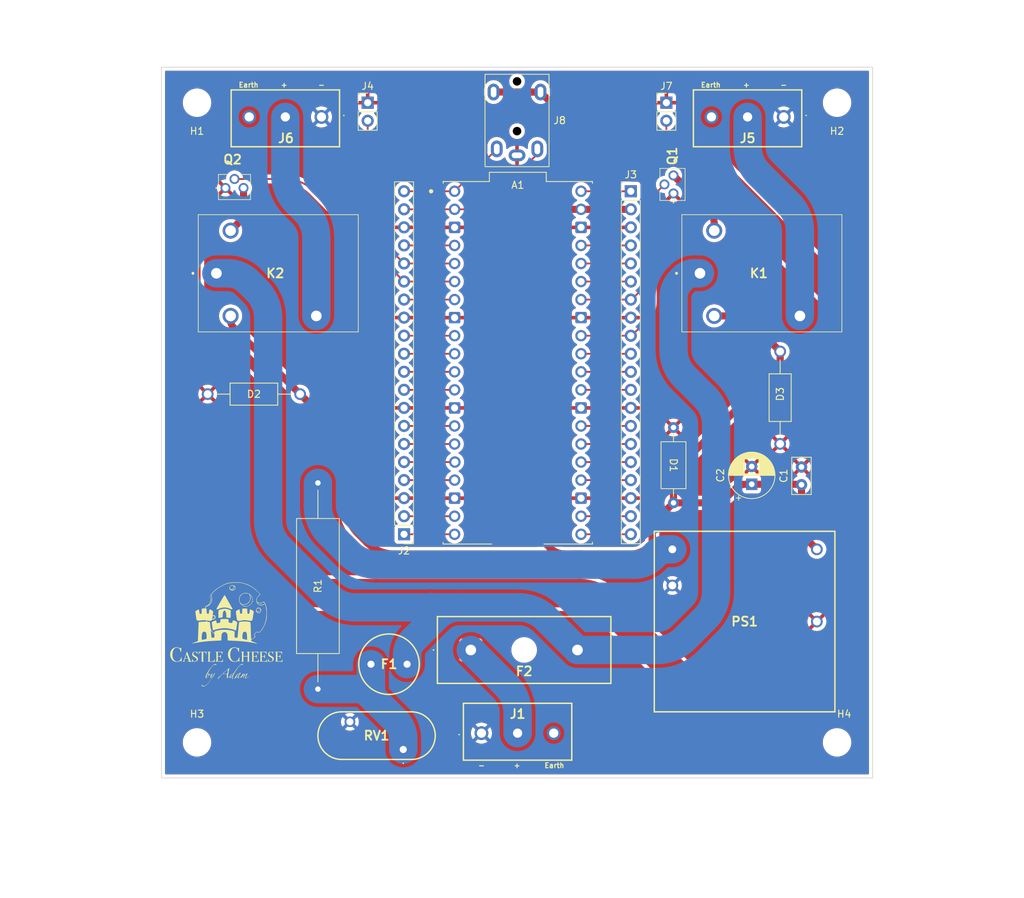
<source format=kicad_pcb>
(kicad_pcb (version 20211014) (generator pcbnew)
  (layers (0 "F.Cu" signal) (31 "B.Cu" signal) (34 "B.Paste" user) (35 "F.Paste" user) (36 "B.SilkS" user "B.Silkscreen") (37 "F.SilkS" user "F.Silkscreen") (38 "B.Mask" user) (39 "F.Mask" user) (44 "Edge.Cuts" user))
  (net 0 "")
  (net 1 "+3V3")
  (net 2 "GND")
  (net 3 "VAC")
  (net 4 "Net-(F1-Pad2)")
  (net 5 "Net-(A1-Pad22)")
  (net 6 "Net-(A1-Pad19)")
  (net 7 "Net-(A1-Pad17)")
  (net 8 "Net-(A1-Pad16)")
  (net 9 "Net-(A1-Pad15)")
  (net 10 "Net-(A1-Pad14)")
  (net 11 "Net-(A1-Pad12)")
  (net 12 "Net-(A1-Pad11)")
  (net 13 "Net-(A1-Pad10)")
  (net 14 "Net-(A1-Pad9)")
  (net 15 "Net-(A1-Pad7)")
  (net 16 "Cooling Switch")
  (net 17 "Net-(A1-Pad4)")
  (net 18 "TX")
  (net 19 "RX")
  (net 20 "3V3_EN")
  (net 21 "3V3_OUT")
  (net 22 "ADC_VREF")
  (net 23 "Heating SW")
  (net 24 "Net-(A1-Pad31)")
  (net 25 "RUN")
  (net 26 "Net-(A1-Pad29)")
  (net 27 "Net-(A1-Pad27)")
  (net 28 "Net-(A1-Pad26)")
  (net 29 "Net-(A1-Pad25)")
  (net 30 "Net-(A1-Pad24)")
  (net 31 "Net-(PS1-Pad1)")
  (net 32 "Heating")
  (net 33 "Cooling")
  (net 34 "VBUS")
  (net 35 "NEUT")
  (net 36 "Net-(K1-Pad5)")
  (net 37 "Net-(K2-Pad5)")
  (net 38 "Net-(A1-Pad21)")
  (net 39 "Net-(A1-Pad20)")
  (net 40 "Earth")
  (net 41 "Net-(J5-Pad2)")
  (net 42 "Net-(J6-Pad2)")
  (net 43 "Net-(F2-Pad1)")
  (footprint "KiCad2:1760520000" (layer "F.Cu") (at 137.5 57 180)
    (fp_text reference "J5")
    (fp_text value "Screw_Terminal_01x03" hide)
  )
  (footprint "MountingHole:MountingHole_3mm" (layer "F.Cu") (at 145 145)
    (fp_text reference "H4")
    (fp_text value "MountingHole")
  )
  (footprint "KiCad2:1760520000" (layer "F.Cu") (at 72.5 57 180)
    (fp_text reference "J6")
    (fp_text value "Screw_Terminal_01x03" hide)
  )
  (footprint "Connector_PinHeader_2.54mm:PinHeader_1x02_P2.54mm_Vertical" (layer "F.Cu") (at 79 55)
    (fp_text reference "J4")
    (fp_text value "Conn_01x02_Female")
  )
  (footprint "KiCad5:BS270" (layer "F.Cu") (at 59 67)
    (fp_text reference "Q2")
    (fp_text value "2N7000" hide)
  )
  (footprint "KiCad3:B72214P2351K101" (layer "F.Cu") (at 84 146 180)
    (fp_text reference "RV1")
    (fp_text value "Varistor" hide)
  )
  (footprint "KiCad2:1760520000" (layer "F.Cu") (at 95 143.7)
    (fp_text reference "J1")
    (fp_text value "Screw_Terminal_01x03" hide)
  )
  (footprint "Capacitor_THT:C_Disc_D5.0mm_W2.5mm_P2.50mm" (layer "F.Cu") (at 140 108.75 90)
    (fp_text reference "C1")
    (fp_text value "1uF")
  )
  (footprint "Connector_PinHeader_2.54mm:PinHeader_1x20_P2.54mm_Vertical" (layer "F.Cu") (at 84.11 115.715 180)
    (fp_text reference "J2")
    (fp_text value "Conn_01x20_Female")
  )
  (footprint "KiCad1:G5LE1A4DC3" (layer "F.Cu") (at 66 79)
    (fp_text reference "K2")
    (fp_text value "G5LE-1A4_DC3" hide)
  )
  (footprint "MountingHole:MountingHole_3mm" (layer "F.Cu") (at 55 55)
    (fp_text reference "H1")
    (fp_text value "MountingHole")
  )
  (footprint "Connector_PinHeader_2.54mm:PinHeader_1x20_P2.54mm_Vertical" (layer "F.Cu") (at 116 67.46)
    (fp_text reference "J3")
    (fp_text value "Conn_01x20_Female")
  )
  (footprint "KiCad:LD0323B03R2" (layer "F.Cu") (at 121.84 117.84)
    (fp_text reference "PS1")
    (fp_text value "LD03-23B03R2" hide)
  )
  (footprint "SA7:SA7.0A-E3_54" (layer "F.Cu") (at 122 106 -90)
    (fp_text reference "D1")
    (fp_text value "7V")
  )
  (footprint "KiCad1:G5LE1A4DC3" (layer "F.Cu") (at 134 79)
    (fp_text reference "K1")
    (fp_text value "G5LE-1A4_DC3" hide)
  )
  (footprint "KiCad7:696105003002" (layer "F.Cu") (at 93.5 132)
    (fp_text reference "F2")
    (fp_text value "Fuse" hide)
  )
  (footprint "AC03000003309JACCS:AC03000003309JACCS" (layer "F.Cu") (at 72 123 90)
    (fp_text reference "R1")
    (fp_text value "33R/3W wire-wound")
  )
  (footprint "PCB:Logo" (layer "F.Cu") (at 59 130)
    (fp_text reference "G***" hide)
    (fp_text value "LOGO" hide)
  )
  (footprint "Capacitor_THT:CP_Radial_D6.3mm_P2.50mm" (layer "F.Cu") (at 133 108.68238 90)
    (fp_text reference "C2")
    (fp_text value "150uF")
  )
  (footprint "MountingHole:MountingHole_3mm" (layer "F.Cu") (at 145 55)
    (fp_text reference "H2")
    (fp_text value "MountingHole")
  )
  (footprint "54-00174:54-00174_JACK" (layer "F.Cu") (at 103.5 50 -90)
    (fp_text reference "J8")
    (fp_text value "AudioJack4")
  )
  (footprint "LIB_STPS3L60QRL:DIOAD1300W80L670D310" (layer "F.Cu") (at 63 96 180)
    (fp_text reference "D2")
    (fp_text value "D_Schottky")
  )
  (footprint "KiCad4:38312000000" (layer "F.Cu") (at 84.54 134 180)
    (fp_text reference "F1")
    (fp_text value "2A/300V, slow-blow" hide)
  )
  (footprint "Raspberry_Pi_Pico_W_Kicad_Files-main:MODULE_SC0918" (layer "F.Cu") (at 100.11 91.59)
    (fp_text reference "A1")
    (fp_text value "SC0918")
  )
  (footprint "Connector_PinHeader_2.54mm:PinHeader_1x02_P2.54mm_Vertical" (layer "F.Cu") (at 121 55)
    (fp_text reference "J7")
    (fp_text value "Conn_01x02_Female")
  )
  (footprint "KiCad5:BS270" (layer "F.Cu") (at 122 67.77 90)
    (fp_text reference "Q1")
    (fp_text value "2N7000" hide)
  )
  (footprint "LIB_STPS3L60QRL:DIOAD1300W80L670D310" (layer "F.Cu") (at 137 96.5 -90)
    (fp_text reference "D3")
    (fp_text value "D_Schottky")
  )
  (footprint "MountingHole:MountingHole_3mm" (layer "F.Cu") (at 55 145)
    (fp_text reference "H3")
    (fp_text value "MountingHole")
  )
  (gr_rect (start 50 50) (end 150 150) (layer "Edge.Cuts") (width 0.1) (fill none))
  (gr_text "-" (at 95 148.25) (layer "F.SilkS") (effects (font (size 0.7 0.7))))
  (gr_text "+" (at 67.25 52.5) (layer "F.SilkS") (effects (font (size 0.7 0.7))))
  (gr_text "-" (at 72.5 52.5) (layer "F.SilkS") (effects (font (size 0.7 0.7))))
  (gr_text "Earth" (at 62.25 52.5) (layer "F.SilkS") (effects (font (size 0.7 0.7))))
  (gr_text "Earth" (at 127.25 52.5) (layer "F.SilkS") (effects (font (size 0.7 0.7))))
  (gr_text "-" (at 137.5 52.5) (layer "F.SilkS") (effects (font (size 0.7 0.7))))
  (gr_text "Earth" (at 105.25 148.25) (layer "F.SilkS") (effects (font (size 0.7 0.7))))
  (gr_text "+" (at 132.25 52.5) (layer "F.SilkS") (effects (font (size 0.7 0.7))))
  (gr_text "+" (at 100 148.25) (layer "F.SilkS") (effects (font (size 0.7 0.7))))
  (segment (start 104.25 118.5) (end 106.75 118.5) (width 1) (layer "F.Cu") (net 1))
  (segment (start 141.08 116.76) (end 142.16 117.84) (width 1) (layer "F.Cu") (net 1))
  (segment (start 122 111.3) (end 119.954594 113.345405) (width 1) (layer "F.Cu") (net 1))
  (segment (start 140 114.152649) (end 140 108.75) (width 1) (layer "F.Cu") (net 1))
  (segment (start 69.5 96) (end 60.158102 86.658102) (width 1) (layer "F.Cu") (net 1))
  (segment (start 102.140812 53.5) (end 96.7 53.5) (width 1) (layer "F.Cu") (net 1))
  (segment (start 109.09382 118.5) (end 116.439339 118.5) (width 1) (layer "F.Cu") (net 1))
  (segment (start 104.939339 71.060659) (end 103.593792 72.406207) (width 1) (layer "F.Cu") (net 1))
  (segment (start 130.722808 109.277191) (end 129.85 110.15) (width 1) (layer "F.Cu") (net 1))
  (segment (start 137 90) (end 133.51144 86.51144) (width 1) (layer "F.Cu") (net 1))
  (segment (start 123.520279 105.47972) (end 136.292893 92.707107) (width 1) (layer "F.Cu") (net 1))
  (segment (start 104.939339 56.298526) (end 104.939339 71.060659) (width 1) (layer "F.Cu") (net 1))
  (segment (start 74.406207 100.906207) (end 69.5 96) (width 1) (layer "F.Cu") (net 1))
  (segment (start 137 90) (end 137 90.999999) (width 1) (layer "F.Cu") (net 1))
  (segment (start 122 111.3) (end 127.073654 111.3) (width 1) (layer "F.Cu") (net 1))
  (segment (start 78.906207 116.906207) (end 77.593792 115.593792) (width 1) (layer "F.Cu") (net 1))
  (segment (start 132.15881 108.68238) (end 133 108.68238) (width 1) (layer "F.Cu") (net 1))
  (segment (start 76 111.746036) (end 76 104.753963) (width 1) (layer "F.Cu") (net 1))
  (segment (start 108 118.5) (end 106.75 118.5) (width 1) (layer "F.Cu") (net 1))
  (segment (start 109 70) (end 107.5 70) (width 1) (layer "F.Cu") (net 1))
  (segment (start 104.25 118.5) (end 82.753963 118.5) (width 1) (layer "F.Cu") (net 1))
  (segment (start 122 109.15) (end 122 111.3) (width 1) (layer "F.Cu") (net 1))
  (segment (start 102 112.746036) (end 102 76.253963) (width 1) (layer "F.Cu") (net 1))
  (segment (start 119 115.939339) (end 119 115.65) (width 1) (layer "F.Cu") (net 1))
  (segment (start 133 108.68238) (end 139.884565 108.68238) (width 1) (layer "F.Cu") (net 1))
  (segment (start 109 70) (end 116.11 70) (width 1) (layer "F.Cu") (net 1))
  (segment (start 136.292893 92.707105) (end 136.292893 92.707107) (width 1) (layer "F.Cu") (net 1))
  (segment (start 129.8625 85) (end 127.725 85) (width 1) (layer "F.Cu") (net 1))
  (segment (start 103.593792 116.593792) (end 104.616116 117.616116) (width 1) (layer "F.Cu") (net 1))
  (arc (start 104.939339 71.060659) (mid 106.11418 70.275656) (end 107.5 70) (width 1) (layer "F.Cu") (net 1))
  (arc (start 104.616116 117.616116) (mid 104.728354 118.180373) (end 104.25 118.5) (width 1) (layer "F.Cu") (net 1))
  (arc (start 109.09382 118.5) (mid 108.54691 118.5) (end 108 118.5) (width 1) (layer "F.Cu") (net 1))
  (arc (start 103.593792 72.406207) (mid 102.414213 74.171572) (end 102 76.253963) (width 1) (layer "F.Cu") (net 1))
  (arc (start 60.158102 86.658102) (mid 59.837559 86.178375) (end 59.725 85.6125) (width 1) (layer "F.Cu") (net 1))
  (arc (start 76 111.746036) (mid 76.414213 113.828426) (end 77.593792 115.593792) (width 1) (layer "F.Cu") (net 1))
  (arc (start 129.8625 85) (mid 131.837292 85.39281) (end 133.51144 86.51144) (width 1) (layer "F.Cu") (net 1))
  (arc (start 129.85 110.15) (mid 128.576201 111.001124) (end 127.073654 111.3) (width 1) (layer "F.Cu") (net 1))
  (arc (start 109.09382 118.5) (mid 108.54691 118.5) (end 108 118.5) (width 1) (layer "F.Cu") (net 1))
  (arc (start 78.906207 116.906207) (mid 80.671572 118.085786) (end 82.753963 118.5) (width 1) (layer "F.Cu") (net 1))
  (arc (start 119.954594 113.345405) (mid 119.24809 114.402762) (end 119 115.65) (width 1) (layer "F.Cu") (net 1))
  (arc (start 102.140812 53.5) (mid 103.211761 53.713025) (end 104.119669 54.319669) (width 1) (layer "F.Cu") (net 1))
  (arc (start 103.593792 116.593792) (mid 102.414213 114.828426) (end 102 112.746036) (width 1) (layer "F.Cu") (net 1))
  (arc (start 122 109.15) (mid 122.395107 107.163658) (end 123.520279 105.47972) (width 1) (layer "F.Cu") (net 1))
  (arc (start 119 117) (mid 117.61418 118.110162) (end 116.439339 118.5) (width 1) (layer "F.Cu") (net 1))
  (arc (start 119 115.939339) (mid 119 116.689339) (end 119 117) (width 1) (layer "F.Cu") (net 1))
  (arc (start 104.616116 117.616116) (mid 105.59515 118.270286) (end 106.75 118.5) (width 1) (layer "F.Cu") (net 1))
  (arc (start 136.292893 92.707105) (mid 136.816228 91.923878) (end 137 90.999999) (width 1) (layer "F.Cu") (net 1))
  (arc (start 104.119669 54.319669) (mid 104.726313 55.227576) (end 104.939339 56.298526) (width 1) (layer "F.Cu") (net 1))
  (arc (start 119 117) (mid 117.61418 118.110162) (end 116.439339 118.5) (width 1) (layer "F.Cu") (net 1))
  (arc (start 141.08 116.76) (mid 140.280682 115.563737) (end 140 114.152649) (width 1) (layer "F.Cu") (net 1))
  (arc (start 119 115.939339) (mid 119 116.689339) (end 119 117) (width 1) (layer "F.Cu") (net 1))
  (arc (start 132.15881 108.68238) (mid 131.381651 108.836966) (end 130.722808 109.277191) (width 1) (layer "F.Cu") (net 1))
  (arc (start 74.406207 100.906207) (mid 75.585786 102.671572) (end 76 104.753963) (width 1) (layer "F.Cu") (net 1))
  (segment (start 59.3625 79) (end 57.725 79) (width 4) (layer "B.Cu") (net 3))
  (segment (start 122 82.414213) (end 122 89.746036) (width 4) (layer "B.Cu") (net 3))
  (segment (start 126.406207 127.593793) (end 123.593792 130.406207) (width 4) (layer "B.Cu") (net 3))
  (segment (start 73.406207 124.406207) (end 66.593792 117.593792) (width 4) (layer "B.Cu") (net 3))
  (segment (start 126.406207 127.593792) (end 126.406207 127.593793) (width 4) (layer "B.Cu") (net 3))
  (segment (start 124.8625 79) (end 125.725 79) (width 4) (layer "B.Cu") (net 3))
  (segment (start 128 123.746036) (end 128 100.253963) (width 4) (layer "B.Cu") (net 3))
  (segment (start 84.54 132.73) (end 84.54 134) (width 4) (layer "B.Cu") (net 3))
  (segment (start 119.746036 132) (end 108.5 132) (width 4) (layer "B.Cu") (net 3))
  (segment (start 77.253963 126) (end 87.656856 126) (width 4) (layer "B.Cu") (net 3))
  (segment (start 123.593792 93.593792) (end 126.406207 96.406207) (width 4) (layer "B.Cu") (net 3))
  (segment (start 87.656856 126) (end 92.253963 126) (width 4) (layer "B.Cu") (net 3))
  (segment (start 88.854548 127.145451) (end 85.438025 130.561974) (width 4) (layer "B.Cu") (net 3))
  (segment (start 62.157887 80.157887) (end 63.406207 81.406207) (width 4) (layer "B.Cu") (net 3))
  (segment (start 108.5 132) (end 104.093792 127.593792) (width 4) (layer "B.Cu") (net 3))
  (segment (start 123.39012 79.609879) (end 122.999999 79.999999) (width 4) (layer "B.Cu") (net 3))
  (segment (start 65 113.746036) (end 65 85.253963) (width 4) (layer "B.Cu") (net 3))
  (segment (start 92.253963 126) (end 100.246036 126) (width 4) (layer "B.Cu") (net 3))
  (arc (start 123.593792 93.593792) (mid 122.414213 91.828426) (end 122 89.746036) (width 4) (layer "B.Cu") (net 3))
  (arc (start 123.39012 79.609879) (mid 124.065653 79.158502) (end 124.8625 79) (width 4) (layer "B.Cu") (net 3))
  (arc (start 87.656856 126) (mid 88.738468 126.414213) (end 88.854548 127.145451) (width 4) (layer "B.Cu") (net 3))
  (arc (start 100.246036 126) (mid 102.328426 126.414213) (end 104.093792 127.593792) (width 4) (layer "B.Cu") (net 3))
  (arc (start 65 113.746036) (mid 65.414213 115.828426) (end 66.593792 117.593792) (width 4) (layer "B.Cu") (net 3))
  (arc (start 88.854548 127.145451) (mid 90.288092 126.297693) (end 92.253963 126) (width 4) (layer "B.Cu") (net 3))
  (arc (start 123.593792 130.406207) (mid 121.828426 131.585786) (end 119.746036 132) (width 4) (layer "B.Cu") (net 3))
  (arc (start 62.157887 80.157887) (mid 60.875352 79.300925) (end 59.3625 79) (width 4) (layer "B.Cu") (net 3))
  (arc (start 77.253963 126) (mid 75.171572 125.585786) (end 73.406207 124.406207) (width 4) (layer "B.Cu") (net 3))
  (arc (start 63.406207 81.406207) (mid 64.585786 83.171572) (end 65 85.253963) (width 4) (layer "B.Cu") (net 3))
  (arc (start 122.999999 79.999999) (mid 122.259891 81.10765) (end 122 82.414213) (width 4) (layer "B.Cu") (net 3))
  (arc (start 84.54 132.73) (mid 84.773389 131.556672) (end 85.438025 130.561974) (width 4) (layer "B.Cu") (net 3))
  (arc (start 126.406207 127.593792) (mid 127.585786 125.828426) (end 128 123.746036) (width 4) (layer "B.Cu") (net 3))
  (arc (start 126.406207 96.406207) (mid 127.585786 98.171572) (end 128 100.253963) (width 4) (layer "B.Cu") (net 3))
  (segment (start 79.94 138.94) (end 82.939339 141.939339) (width 4) (layer "B.Cu") (net 4))
  (segment (start 77.821177 137.5) (end 72 137.5) (width 4) (layer "B.Cu") (net 4))
  (segment (start 79.46 137.781177) (end 79.46 134) (width 4) (layer "B.Cu") (net 4))
  (segment (start 84 144.5) (end 84 146) (width 4) (layer "B.Cu") (net 4))
  (segment (start 79.94 138.94) (end 78.98 137.98) (width 4) (layer "B.Cu") (net 4))
  (arc (start 79.94 138.94) (mid 79.584747 138.408327) (end 79.46 137.781177) (width 4) (layer "B.Cu") (net 4))
  (arc (start 79.46 137.781177) (mid 79.286424 138.040951) (end 78.98 137.98) (width 4) (layer "B.Cu") (net 4))
  (arc (start 77.821177 137.5) (mid 78.448327 137.624747) (end 78.98 137.98) (width 4) (layer "B.Cu") (net 4))
  (arc (start 82.939339 141.939339) (mid 83.724343 143.11418) (end 84 144.5) (width 4) (layer "B.Cu") (net 4))
  (segment (start 109 113.18) (end 116.11 113.18) (width 0.25) (layer "F.Cu") (net 5))
  (segment (start 84.11 113.18) (end 91.22 113.18) (width 0.25) (layer "F.Cu") (net 6))
  (segment (start 84.118535 108.1) (end 91.22 108.1) (width 0.25) (layer "F.Cu") (net 7))
  (segment (start 84.1125 108.0975) (end 84.11 108.095) (width 0.25) (layer "F.Cu") (net 7))
  (arc (start 84.1125 108.0975) (mid 84.115268 108.09935) (end 84.118535 108.1) (width 0.25) (layer "F.Cu") (net 7))
  (segment (start 84.11 105.56) (end 91.261881 105.56) (width 0.25) (layer "F.Cu") (net 8))
  (segment (start 84.11 103.02) (end 91.22 103.02) (width 0.25) (layer "F.Cu") (net 9))
  (segment (start 84.11 100.48) (end 91.22 100.48) (width 0.25) (layer "F.Cu") (net 10))
  (segment (start 84.11 95.4) (end 91.22 95.4) (width 0.25) (layer "F.Cu") (net 11))
  (segment (start 84.11 92.86) (end 91.22 92.86) (width 0.25) (layer "F.Cu") (net 12))
  (segment (start 84.11 90.32) (end 91.22 90.32) (width 0.25) (layer "F.Cu") (net 13))
  (segment (start 84.11 87.78) (end 91.22 87.78) (width 0.25) (layer "F.Cu") (net 14))
  (segment (start 91.22 82.7) (end 84.11 82.7) (width 0.25) (layer "F.Cu") (net 15))
  (segment (start 91.22 77.62) (end 84.11 77.62) (width 0.25) (layer "F.Cu") (net 16))
  (segment (start 79 70.251036) (end 79 57.54) (width 0.25) (layer "F.Cu") (net 16))
  (segment (start 80.593792 74.098792) (end 84.11 77.615) (width 0.25) (layer "F.Cu") (net 16))
  (arc (start 80.593792 74.098792) (mid 79.414213 72.333426) (end 79 70.251036) (width 0.25) (layer "F.Cu") (net 16))
  (segment (start 84.11 75.08) (end 91.22 75.08) (width 0.25) (layer "F.Cu") (net 17))
  (segment (start 91.22 67.46) (end 97.139393 61.540606) (width 0.25) (layer "F.Cu") (net 18))
  (segment (start 97.15 61.515) (end 97.15 61.5) (width 0.25) (layer "F.Cu") (net 18))
  (segment (start 91.22 67.46) (end 84.11 67.46) (width 0.25) (layer "F.Cu") (net 18))
  (arc (start 97.139393 61.540606) (mid 97.147243 61.528858) (end 97.15 61.515) (width 0.25) (layer "F.Cu") (net 18))
  (segment (start 91.22 70) (end 84.11 70) (width 0.25) (layer "F.Cu") (net 19))
  (segment (start 93.1475 70) (end 91.22 70) (width 0.25) (layer "F.Cu") (net 19))
  (segment (start 102.85 61.8625) (end 102.85 61.5) (width 0.25) (layer "F.Cu") (net 19))
  (segment (start 102.593673 62.481326) (end 96.437948 68.637051) (width 0.25) (layer "F.Cu") (net 19))
  (arc (start 102.593673 62.481326) (mid 102.783382 62.197406) (end 102.85 61.8625) (width 0.25) (layer "F.Cu") (net 19))
  (arc (start 96.437948 68.637051) (mid 94.928277 69.645781) (end 93.1475 70) (width 0.25) (layer "F.Cu") (net 19))
  (segment (start 109 75.08) (end 116.11 75.08) (width 0.25) (layer "F.Cu") (net 20))
  (segment (start 109 77.62) (end 116.11 77.62) (width 0.25) (layer "F.Cu") (net 21))
  (segment (start 116.11 80.16) (end 109 80.16) (width 0.25) (layer "F.Cu") (net 22))
  (segment (start 118 79.473568) (end 118 66.12132) (width 0.25) (layer "F.Cu") (net 23))
  (segment (start 115.93625 82.7) (end 109 82.7) (width 0.25) (layer "F.Cu") (net 23))
  (segment (start 117.055 81.755) (end 116.11 82.7) (width 0.25) (layer "F.Cu") (net 23))
  (segment (start 121 59.27) (end 121 57.54) (width 0.25) (layer "F.Cu") (net 23))
  (segment (start 119.499999 62.499999) (end 119.776705 62.223294) (width 0.25) (layer "F.Cu") (net 23))
  (arc (start 117.055 81.755) (mid 117.754402 80.70827) (end 118 79.473568) (width 0.25) (layer "F.Cu") (net 23))
  (arc (start 119.499999 62.499999) (mid 118.389837 64.161475) (end 118 66.12132) (width 0.25) (layer "F.Cu") (net 23))
  (arc (start 121 59.27) (mid 120.682075 60.868311) (end 119.776705 62.223294) (width 0.25) (layer "F.Cu") (net 23))
  (segment (start 109 90.32) (end 116.11 90.32) (width 0.25) (layer "F.Cu") (net 24))
  (segment (start 116.11 92.86) (end 109 92.86) (width 0.25) (layer "F.Cu") (net 25))
  (segment (start 109 95.4) (end 116.11 95.4) (width 0.25) (layer "F.Cu") (net 26))
  (segment (start 109 100.48) (end 116.11 100.48) (width 0.25) (layer "F.Cu") (net 27))
  (segment (start 116.11 103.02) (end 109 103.02) (width 0.25) (layer "F.Cu") (net 28))
  (segment (start 109 105.56) (end 116.11 105.56) (width 0.25) (layer "F.Cu") (net 29))
  (segment (start 116.11 108.1) (end 109 108.1) (width 0.25) (layer "F.Cu") (net 30))
  (segment (start 76.406207 118.406207) (end 73.593792 115.593792) (width 4) (layer "B.Cu") (net 31))
  (segment (start 116.472649 120) (end 80.253963 120) (width 4) (layer "B.Cu") (net 31))
  (segment (start 72 111.746036) (end 72 108.5) (width 4) (layer "B.Cu") (net 31))
  (segment (start 119.079999 118.919999) (end 119.56603 118.433969) (width 4) (layer "B.Cu") (net 31))
  (segment (start 121 117.84) (end 121.84 117.84) (width 4) (layer "B.Cu") (net 31))
  (arc (start 121 117.84) (mid 120.223941 117.994367) (end 119.56603 118.433969) (width 4) (layer "B.Cu") (net 31))
  (arc (start 73.593792 115.593792) (mid 72.414213 113.828426) (end 72 111.746036) (width 4) (layer "B.Cu") (net 31))
  (arc (start 76.406207 118.406207) (mid 78.171572 119.585786) (end 80.253963 120) (width 4) (layer "B.Cu") (net 31))
  (arc (start 119.079999 118.919999) (mid 117.883736 119.719316) (end 116.472649 120) (width 4) (layer "B.Cu") (net 31))
  (segment (start 119.865 67.365) (end 120.73 66.5) (width 0.25) (layer "F.Cu") (net 32))
  (segment (start 119 82.846461) (end 119 69.453294) (width 0.25) (layer "F.Cu") (net 32))
  (segment (start 117.555 86.335) (end 116.11 87.78) (width 0.25) (layer "F.Cu") (net 32))
  (segment (start 116.11 87.78) (end 109 87.78) (width 0.25) (layer "F.Cu") (net 32))
  (arc (start 119 82.846461) (mid 118.624456 84.734444) (end 117.555 86.335) (width 0.25) (layer "F.Cu") (net 32))
  (arc (start 119 69.453294) (mid 119.224806 68.323117) (end 119.865 67.365) (width 0.25) (layer "F.Cu") (net 32))
  (segment (start 67.431036 65.73) (end 60.27 65.73) (width 0.25) (layer "F.Cu") (net 33))
  (segment (start 71.278792 67.323792) (end 84.11 80.155) (width 0.25) (layer "F.Cu") (net 33))
  (segment (start 84.11 80.16) (end 91.22 80.16) (width 0.25) (layer "F.Cu") (net 33))
  (arc (start 71.278792 67.323792) (mid 69.513426 66.144213) (end 67.431036 65.73) (width 0.25) (layer "F.Cu") (net 33))
  (segment (start 116.11 67.46) (end 109 67.46) (width 0.25) (layer "F.Cu") (net 34))
  (segment (start 127.001983 70.231983) (end 122 65.23) (width 1) (layer "F.Cu") (net 36))
  (segment (start 127.725 71.9775) (end 127.725 73) (width 1) (layer "F.Cu") (net 36))
  (arc (start 127.725 71.9775) (mid 127.537094 71.032833) (end 127.001983 70.231983) (width 1) (layer "F.Cu") (net 36))
  (segment (start 61.54 69.901601) (end 61.54 67) (width 1) (layer "F.Cu") (net 37))
  (segment (start 60.6325 72.0925) (end 59.725 73) (width 1) (layer "F.Cu") (net 37))
  (arc (start 61.54 69.901601) (mid 61.304148 71.087307) (end 60.6325 72.0925) (width 1) (layer "F.Cu") (net 37))
  (segment (start 109 115.72) (end 116.11 115.72) (width 0.25) (layer "F.Cu") (net 38))
  (segment (start 84.118535 115.72) (end 91.22 115.72) (width 0.25) (layer "F.Cu") (net 39))
  (segment (start 129.448689 143.7) (end 129.444666 143.7) (width 4) (layer "F.Cu") (net 40))
  (segment (start 126.010112 143.7) (end 126.002067 143.7) (width 4) (layer "F.Cu") (net 40))
  (segment (start 130.045365 143.7) (end 130.044024 143.7) (width 4) (layer "F.Cu") (net 40))
  (segment (start 129.633054 143.7) (end 129.627691 143.7) (width 4) (layer "F.Cu") (net 40))
  (segment (start 126.313811 143.7) (end 126.315822 143.7) (width 4) (layer "F.Cu") (net 40))
  (segment (start 128.670333 143.7) (end 128.662288 143.7) (width 4) (layer "F.Cu") (net 40))
  (segment (start 124.958897 143.7) (end 124.910627 143.7) (width 4) (layer "F.Cu") (net 40))
  (segment (start 126.924563 143.7) (end 126.860203 143.7) (width 4) (layer "F.Cu") (net 40))
  (segment (start 125.205611 143.7) (end 125.060801 143.7) (width 4) (layer "F.Cu") (net 40))
  (segment (start 126.444542 143.7) (end 126.436497 143.7) (width 4) (layer "F.Cu") (net 40))
  (segment (start 126.018157 143.7) (end 126.010112 143.7) (width 4) (layer "F.Cu") (net 40))
  (segment (start 127.117641 143.7) (end 127.053282 143.7) (width 4) (layer "F.Cu") (net 40))
  (segment (start 126.269564 143.7) (end 126.185092 143.7) (width 4) (layer "F.Cu") (net 40))
  (segment (start 130.013853 143.7) (end 130.003126 143.7) (width 4) (layer "F.Cu") (net 40))
  (segment (start 129.529141 143.7) (end 129.531153 143.7) (width 4) (layer "F.Cu") (net 40))
  (segment (start 128.33244 143.7) (end 128.324395 143.7) (width 4) (layer "F.Cu") (net 40))
  (segment (start 128.605972 143.7) (end 128.557701 143.7) (width 4) (layer "F.Cu") (net 40))
  (segment (start 124.71218 143.7) (end 124.696091 143.7) (width 4) (layer "F.Cu") (net 40))
  (segment (start 129.263654 143.7) (end 129.243541 143.7) (width 4) (layer "F.Cu") (net 40))
  (segment (start 125.350421 143.7) (end 125.302151 143.7) (width 4) (layer "F.Cu") (net 40))
  (segment (start 128.34853 143.7) (end 128.340485 143.7) (width 4) (layer "F.Cu") (net 40))
  (segment (start 63 114.746036) (end 63 98.75) (width 4) (layer "F.Cu") (net 40))
  (segment (start 128.324395 143.7) (end 128.195674 143.7) (width 4) (layer "F.Cu") (net 40))
  (segment (start 129.931391 143.7) (end 129.917312 143.7) (width 4) (layer "F.Cu") (net 40))
  (segment (start 125.007167 143.7) (end 124.958897 143.7) (width 4) (layer "F.Cu") (net 40))
  (segment (start 127.246362 143.7) (end 127.182 143.7) (width 4) (layer "F.Cu") (net 40))
  (segment (start 129.653166 143.7) (end 129.659872 143.7) (width 4) (layer "F.Cu") (net 40))
  (segment (start 128.15545 143.7) (end 128.115226 143.7) (width 4) (layer "F.Cu") (net 40))
  (segment (start 127.471624 143.7) (end 127.445478 143.7) (width 4) (layer "F.Cu") (net 40))
  (segment (start 127.326816 143.7) (end 127.31877 143.7) (width 4) (layer "F.Cu") (net 40))
  (segment (start 124.725589 143.7) (end 124.71218 143.7) (width 4) (layer "F.Cu") (net 40))
  (segment (start 127.053282 143.7) (end 126.988923 143.7) (width 4) (layer "F.Cu") (net 40))
  (segment (start 129.984355 143.7) (end 129.97631 143.7) (width 4) (layer "F.Cu") (net 40))
  (segment (start 129.474836 143.7) (end 129.458746 143.7) (width 4) (layer "F.Cu") (net 40))
  (segment (start 128.115226 143.7) (end 128.075002 143.7) (width 4) (layer "F.Cu") (net 40))
  (segment (start 129.8315 143.7) (end 129.788594 143.7) (width 4) (layer "F.Cu") (net 40))
  (segment (start 128.501386 143.7) (end 128.445071 143.7) (width 4) (layer "F.Cu") (net 40))
  (segment (start 127.857786 143.7) (end 127.817563 143.7) (width 4) (layer "F.Cu") (net 40))
  (segment (start 127.41531 143.7) (end 127.36704 143.7) (width 4) (layer "F.Cu") (net 40))
  (segment (start 125.855245 143.7) (end 125.827087 143.7) (width 4) (layer "F.Cu") (net 40))
  (segment (start 125.905525 143.7) (end 125.91558 143.7) (width 4) (layer "F.Cu") (net 40))
  (segment (start 127.352961 143.7) (end 127.332849 143.7) (width 4) (layer "F.Cu") (net 40))
  (segment (start 129.973628 143.7) (end 129.97631 143.7) (width 4) (layer "F.Cu") (net 40))
  (segment (start 128.531555 143.7) (end 128.527533 143.7) (width 4) (layer "F.Cu") (net 40))
  (segment (start 127.445478 143.7) (end 127.441456 143.7) (width 4) (layer "F.Cu") (net 40))
  (segment (start 129.620987 143.7) (end 129.622328 143.7) (width 4) (layer "F.Cu") (net 40))
  (segment (start 125.969886 143.7) (end 125.937705 143.7) (width 4) (layer "F.Cu") (net 40))
  (segment (start 126.781764 143.7) (end 126.777742 143.7) (width 4) (layer "F.Cu") (net 40))
  (segment (start 126.460632 143.7) (end 126.452587 143.7) (width 4) (layer "F.Cu") (net 40))
  (segment (start 124.85431 143.7) (end 124.811403 143.7) (width 4) (layer "F.Cu") (net 40))
  (segment (start 127.31877 143.7) (end 127.310724 143.7) (width 4) (layer "F.Cu") (net 40))
  (segment (start 129.185213 143.7) (end 129.183201 143.7) (width 4) (layer "F.Cu") (net 40))
  (segment (start 129.507016 143.7) (end 129.490926 143.7) (width 4) (layer "F.Cu") (net 40))
  (segment (start 130.046036 143.373018) (end 130.046036 143.7) (width 4) (layer "F.Cu") (net 40))
  (segment (start 128.605972 143.7) (end 128.620051 143.7) (width 4) (layer "F.Cu") (net 40))
  (segment (start 130.02458 143.7) (end 130.013853 143.7) (width 4) (layer "F.Cu") (net 40))
  (segment (start 126.739528 143.7) (end 126.723438 143.7) (width 4) (layer "F.Cu") (net 40))
  (segment (start 129.745688 143.7) (end 129.724234 143.7) (width 4) (layer "F.Cu") (net 40))
  (segment (start 126.611478 143.7) (end 126.61349 143.7) (width 4) (layer "F.Cu") (net 40))
  (segment (start 129.814824 142.814824) (end 112.593792 125.593792) (width 4) (layer "F.Cu") (net 40))
  (segment (start 127.62448 143.7) (end 127.527939 143.7) (width 4) (layer "F.Cu") (net 40))
  (segment (start 127.352961 143.7) (end 127.36704 143.7) (width 4) (layer "F.Cu") (net 40))
  (segment (start 126.404317 143.7) (end 126.396272 143.7) (width 4) (layer "F.Cu") (net 40))
  (segment (start 125.905525 143.7) (end 125.881391 143.7) (width 4) (layer "F.Cu") (net 40))
  (segment (start 125.881391 143.7) (end 125.857257 143.7) (width 4) (layer "F.Cu") (net 40))
  (segment (start 129.681326 143.7) (end 129.659872 143.7) (width 4) (layer "F.Cu") (net 40))
  (segment (start 129.529141 143.7) (end 129.525118 143.7) (width 4) (layer "F.Cu") (net 40))
  (segment (start 108.746036 124) (end 72.253963 124) (width 4) (layer "F.Cu") (net 40))
  (segment (start 124.680002 143.7) (end 124.650504 143.7) (width 4) (layer "F.Cu") (net 40))
  (segment (start 129.370251 143.7) (end 129.305891 143.7) (width 4) (layer "F.Cu") (net 40))
  (segment (start 133.893792 142.106207) (end 144.406207 131.593792) (width 4) (layer "F.Cu") (net 40))
  (segment (start 125.969886 143.7) (end 125.979943 143.7) (width 4) (layer "F.Cu") (net 40))
  (segment (start 127.264464 143.7) (end 127.246362 143.7) (width 4) (layer "F.Cu") (net 40))
  (segment (start 129.144988 143.7) (end 129.159067 143.7) (width 4) (layer "F.Cu") (net 40))
  (segment (start 129.058502 143.7) (end 129.048447 143.7) (width 4) (layer "F.Cu") (net 40))
  (segment (start 126.717404 143.7) (end 126.713381 143.7) (width 4) (layer "F.Cu") (net 40))
  (segment (start 126.785786 143.7) (end 126.781764 143.7) (width 4) (layer "F.Cu") (net 40))
  (segment (start 130.035308 143.7) (end 130.032626 143.7) (width 4) (layer "F.Cu") (net 40))
  (segment (start 124.878446 143.7) (end 124.873082 143.7) (width 4) (layer "F.Cu") (net 40))
  (segment (start 124.811403 143.7) (end 124.768496 143.7) (width 4) (layer "F.Cu") (net 40))
  (segment (start 129.645121 143.7) (end 129.64378 143.7) (width 4) (layer "F.Cu") (net 40))
  (segment (start 128.708548 143.7) (end 128.748773 143.7) (width 4) (layer "F.Cu") (net 40))
  (segment (start 126.611478 143.7) (end 126.607455 143.7) (width 4) (layer "F.Cu") (net 40))
  (segment (start 128.340485 143.7) (end 128.33244 143.7) (width 4) (layer "F.Cu") (net 40))
  (segment (start 125.923626 143.7) (end 125.937705 143.7) (width 4) (layer "F.Cu") (net 40))
  (segment (start 129.94614 143.7) (end 129.94681 143.7) (width 4) (layer "F.Cu") (net 40))
  (segment (start 126.474712 143.7) (end 126.484768 143.7) (width 4) (layer "F.Cu") (net 40))
  (segment (start 126.713381 143.7) (end 126.709358 143.7) (width 4) (layer "F.Cu") (net 40))
  (segment (start 125.688309 143.7) (end 125.661493 143.7) (width 4) (layer "F.Cu") (net 40))
  (segment (start 129.102751 143.7) (end 129.058502 143.7) (width 4) (layer "F.Cu") (net 40))
  (segment (start 126.428452 143.7) (end 126.436497 143.7) (width 4) (layer "F.Cu") (net 40))
  (segment (start 125.992011 143.7) (end 125.979943 143.7) (width 4) (layer "F.Cu") (net 40))
  (segment (start 125.800941 143.7) (end 125.720491 143.7) (width 4) (layer "F.Cu") (net 40))
  (segment (start 125.919603 143.7) (end 125.91558 143.7) (width 4) (layer "F.Cu") (net 40))
  (segment (start 128.80911 143.7) (end 128.805087 143.7) (width 4) (layer "F.Cu") (net 40))
  (segment (start 128.974033 143.7) (end 128.984088 143.7) (width 4) (layer "F.Cu") (net 40))
  (segment (start 124.88381 143.7) (end 124.910627 143.7) (width 4) (layer "F.Cu") (net 40))
  (segment (start 128.654243 143.7) (end 128.646198 143.7) (width 4) (layer "F.Cu") (net 40))
  (segment (start 123.052226 143.7) (end 122.623158 143.7) (width 4) (layer "F.Cu") (net 40))
  (segment (start 128.831234 143.7) (end 128.815144 143.7) (width 4) (layer "F.Cu") (net 40))
  (segment (start 127.332849 143.7) (end 127.326816 143.7) (width 4) (layer "F.Cu") (net 40))
  (segment (start 130.027932 143.7) (end 130.02458 143.7) (width 4) (layer "F.Cu") (net 40))
  (segment (start 129.751052 143.7) (end 129.745688 143.7) (width 4) (layer "F.Cu") (net 40))
  (segment (start 125.634677 143.7) (end 125.607861 143.7) (width 4) (layer "F.Cu") (net 40))
  (segment (start 125.205611 143.7) (end 125.253881 143.7) (width 4) (layer "F.Cu") (net 40))
  (segment (start 124.696091 143.7) (end 124.680002 143.7) (width 4) (layer "F.Cu") (net 40))
  (segment (start 144.406207 81.406207) (end 128.933792 65.933792) (width 4) (layer "F.Cu") (net 40))
  (segment (start 130.003126 143.7) (end 129.999774 143.7) (width 4) (layer "F.Cu") (net 40))
  (segment (start 61.409009 94.909009) (end 55.093792 88.593792) (width 4) (layer "F.Cu") (net 40))
  (segment (start 129.874406 143.7) (end 129.8315 143.7) (width 4) (layer "F.Cu") (net 40))
  (segment (start 127.77734 143.7) (end 127.648618 143.7) (width 4) (layer "F.Cu") (net 40))
  (segment (start 127.632526 143.7) (end 127.62448 143.7) (width 4) (layer "F.Cu") (net 40))
  (segment (start 126.002067 143.7) (end 125.994022 143.7) (width 4) (layer "F.Cu") (net 40))
  (segment (start 129.627691 143.7) (end 129.622328 143.7) (width 4) (layer "F.Cu") (net 40))
  (segment (start 125.827087 143.7) (end 125.800941 143.7) (width 4) (layer "F.Cu") (net 40))
  (segment (start 125.446961 143.7) (end 125.398691 143.7) (width 4) (layer "F.Cu") (net 40))
  (segment (start 129.653166 143.7) (end 129.645121 143.7) (width 4) (layer "F.Cu") (net 40))
  (segment (start 129.772504 143.7) (end 129.788594 143.7) (width 4) (layer "F.Cu") (net 40))
  (segment (start 129.984355 143.7) (end 129.987037 143.7) (width 4) (layer "F.Cu") (net 40))
  (segment (start 124.33943 143.7) (end 124.221436 143.7) (width 4) (layer "F.Cu") (net 40))
  (segment (start 124.85431 143.7) (end 124.873082 143.7) (width 4) (layer "F.Cu") (net 40))
  (segment (start 129.283767 143.7) (end 129.305891 143.7) (width 4) (layer "F.Cu") (net 40))
  (segment (start 127.437434 143.7) (end 127.41531 143.7) (width 4) (layer "F.Cu") (net 40))
  (segment (start 125.007167 143.7) (end 125.060801 143.7) (width 4) (layer "F.Cu") (net 40))
  (segment (start 129.99508 143.7) (end 129.995751 143.7) (width 4) (layer "F.Cu") (net 40))
  (segment (start 129.048447 143.7) (end 128.984088 143.7) (width 4) (layer "F.Cu") (net 40))
  (segment (start 146 85.253963) (end 146 120.953969) (width 4) (layer "F.Cu") (net 40))
  (segment (start 128.662288 143.7) (end 128.654243 143.7) (width 4) (layer "F.Cu") (net 40))
  (segment (start 128.849335 143.7) (end 128.847324 143.7) (width 4) (layer "F.Cu") (net 40))
  (segment (start 126.138832 143.7) (end 126.140844 143.7) (width 4) (layer "F.Cu") (net 40))
  (segment (start 126.058382 143.7) (end 126.050337 143.7) (width 4) (layer "F.Cu") (net 40))
  (segment (start 126.474712 143.7) (end 126.462644 143.7) (width 4) (layer "F.Cu") (net 40))
  (segment (start 124.457424 143.7) (end 124.33943 143.7) (width 4) (layer "F.Cu") (net 40))
  (segment (start 129.183201 143.7) (end 129.171134 143.7) (width 4) (layer "F.Cu") (net 40))
  (segment (start 129.638417 143.7) (end 129.633054 143.7) (width 4) (layer "F.Cu") (net 40))
  (segment (start 130.043354 143.7) (end 130.040672 143.7) (width 4) (layer "F.Cu") (net 40))
  (segment (start 125.302151 143.7) (end 125.253881 143.7) (width 4) (layer "F.Cu") (net 40))
  (segment (start 124.768496 143.7) (end 124.725589 143.7) (width 4) (layer "F.Cu") (net 40))
  (segment (start 128.873469 143.7) (end 128.861402 143.7) (width 4) (layer "F.Cu") (net 40))
  (segment (start 130.031955 143.7) (end 130.032626 143.7) (width 4) (layer "F.Cu") (net 40))
  (segment (start 128.768885 143.7) (end 128.748773 143.7) (width 4) (layer "F.Cu") (net 40))
  (segment (start 55.093792 64.246207) (end 62.34 57) (width 4) (layer "F.Cu") (net 40))
  (segment (start 125.994022 143.7) (end 125.992011 143.7) (width 4) (layer "F.Cu") (net 40))
  (segment (start 125.581045 143.7) (end 125.446961 143.7) (width 4) (layer "F.Cu") (net 40))
  (segment (start 129.231474 143.7) (end 129.227452 143.7) (width 4) (layer "F.Cu") (net 40))
  (segment (start 129.217395 143.7) (end 129.201304 143.7) (width 4) (layer "F.Cu") (net 40))
  (segment (start 128.801064 143.7) (end 128.788997 143.7) (width 4) (layer "F.Cu") (net 40))
  (segment (start 128.445071 143.7) (end 128.34853 143.7) (width 4) (layer "F.Cu") (net 40))
  (segment (start 127.34 62.086036) (end 127.34 57) (width 4) (layer "F.Cu") (net 40))
  (segment (start 129.104763 143.7) (end 129.102751 143.7) (width 4) (layer "F.Cu") (net 40))
  (segment (start 128.501386 143.7) (end 128.527533 143.7) (width 4) (layer "F.Cu") (net 40))
  (segment (start 126.018157 143.7) (end 126.026202 143.7) (width 4) (layer "F.Cu") (net 40))
  (segment (start 126.138832 143.7) (end 126.098607 143.7) (width 4) (layer "F.Cu") (net 40))
  (segment (start 126.605444 143.7) (end 126.607455 143.7) (width 4) (layer "F.Cu") (net 40))
  (segment (start 126.396272 143.7) (end 126.356047 143.7) (width 4) (layer "F.Cu") (net 40))
  (segment (start 127.640572 143.7) (end 127.632526 143.7) (width 4) (layer "F.Cu") (net 40))
  (segment (start 129.521095 143.7) (end 129.517072 143.7) (width 4) (layer "F.Cu") (net 40))
  (segment (start 127.441456 143.7) (end 127.437434 143.7) (width 4) (layer "F.Cu") (net 40))
  (segment (start 128.557701 143.7) (end 128.535577 143.7) (width 4) (layer "F.Cu") (net 40))
  (segment (start 129.144988 143.7) (end 129.104763 143.7) (width 4) (layer "F.Cu") (net 40))
  (segment (start 128.195674 143.7) (end 128.15545 143.7) (width 4) (layer "F.Cu") (net 40))
  (segment (start 127.817563 143.7) (end 127.77734 143.7) (width 4) (layer "F.Cu") (net 40))
  (segment (start 130.031955 143.7) (end 130.027932 143.7) (width 4) (layer "F.Cu") (net 40))
  (segment (start 129.227452 143.7) (end 129.22343 143.7) (width 4) (layer "F.Cu") (net 40))
  (segment (start 124.564691 143.7) (end 124.575418 143.7) (width 4) (layer "F.Cu") (net 40))
  (segment (start 129.94614 143.7) (end 129.931391 143.7) (width 4) (layer "F.Cu") (net 40))
  (segment (start 126.589352 143.7) (end 126.581307 143.7) (width 4) (layer "F.Cu") (net 40))
  (segment (start 129.724234 143.7) (end 129.70278 143.7) (width 4) (layer "F.Cu") (net 40))
  (segment (start 126.817966 143.7) (end 126.797853 143.7) (width 4) (layer "F.Cu") (net 40))
  (segment (start 127.898009 143.7) (end 127.857786 143.7) (width 4) (layer "F.Cu") (net 40))
  (segment (start 126.723438 143.7) (end 126.717404 143.7) (width 4) (layer "F.Cu") (net 40))
  (segment (start 126.571251 143.7) (end 126.573262 143.7) (width 4) (layer "F.Cu") (net 40))
  (segment (start 126.705336 143.7) (end 126.709358 143.7) (width 4) (layer "F.Cu") (net 40))
  (segment (start 128.788997 143.7) (end 128.768885 143.7) (width 4) (layer "F.Cu") (net 40))
  (segment (start 128.974033 143.7) (end 128.929785 143.7) (width 4) (layer "F.Cu") (net 40))
  (segment (start 124.650504 143.7) (end 124.575418 143.7) (width 4) (layer "F.Cu") (net 40))
  (segment (start 145.934903 121.111127) (end 145.934903 128.617198) (width 4) (layer "F.Cu") (net 40))
  (segment (start 128.805087 143.7) (end 128.801064 143.7) (width 4) (layer "F.Cu") (net 40))
  (segment (start 126.705336 143.7) (end 126.701314 143.7) (width 4) (layer "F.Cu") (net 40))
  (segment (start 126.838079 143.7) (end 126.860203 143.7) (width 4) (layer "F.Cu") (net 40))
  (segment (start 128.80911 143.7) (end 128.815144 143.7) (width 4) (layer "F.Cu") (net 40))
  (segment (start 129.761778 143.7) (end 129.751052 143.7) (width 4) (layer "F.Cu") (net 40))
  (segment (start 129.917312 143.7) (end 129.874406 143.7) (width 4) (layer "F.Cu") (net 40))
  (segment (start 129.412487 143.7) (end 129.392375 143.7) (width 4) (layer "F.Cu") (net 40))
  (segment (start 129.490926 143.7) (end 129.474836 143.7) (width 4) (layer "F.Cu") (net 40))
  (segment (start 126.777742 143.7) (end 126.771708 143.7) (width 4) (layer "F.Cu") (net 40))
  (segment (start 129.64378 143.7) (end 129.638417 143.7) (width 4) (layer "F.Cu") (net 40))
  (segment (start 127.648618 143.7) (end 127.640572 143.7) (width 4) (layer "F.Cu") (net 40))
  (segment (start 128.887548 143.7) (end 128.873469 143.7) (width 4) (layer "F.Cu") (net 40))
  (segment (start 127.898009 143.7) (end 128.075002 143.7) (width 4) (layer "F.Cu") (net 40))
  (segment (start 122.623158 143.7) (end 105.16 143.7) (width 4) (layer "F.Cu") (net 40))
  (segment (start 129.772504 143.7) (end 129.761778 143.7) (width 4) (layer "F.Cu") (net 40))
  (segment (start 129.243541 143.7) (end 129.231474 143.7) (width 4) (layer "F.Cu") (net 40))
  (segment (start 126.098607 143.7) (end 126.058382 143.7) (width 4) (layer "F.Cu") (net 40))
  (segment (start 129.989718 143.7) (end 129.987037 143.7) (width 4) (layer "F.Cu") (net 40))
  (segment (start 129.283767 143.7) (end 129.263654 143.7) (width 4) (layer "F.Cu") (net 40))
  (segment (start 125.855245 143.7) (end 125.857257 143.7) (width 4) (layer "F.Cu") (net 40))
  (segment (start 125.720491 143.7) (end 125.688309 143.7) (width 4) (layer "F.Cu") (net 40))
  (segment (start 128.640164 143.7) (end 128.620051 143.7) (width 4) (layer "F.Cu") (net 40))
  (segment (start 53.5 84.746036) (end 53.5 68.093963) (width 4) (layer "F.Cu") (net 40))
  (segment (start 125.661493 143.7) (end 125.634677 143.7) (width 4) (layer "F.Cu") (net 40))
  (segment (start 129.201304 143.7) (end 129.185213 143.7) (width 4) (layer "F.Cu") (net 40))
  (segment (start 129.525118 143.7) (end 129.521095 143.7) (width 4) (layer "F.Cu") (net 40))
  (segment (start 130.044024 143.7) (end 130.043354 143.7) (width 4) (layer "F.Cu") (net 40))
  (segment (start 124.047127 143.7) (end 123.910362 143.7) (width 4) (layer "F.Cu") (net 40))
  (segment (start 128.861402 143.7) (end 128.849335 143.7) (width 4) (layer "F.Cu") (net 40))
  (segment (start 129.620987 143.7) (end 129.618306 143.7) (width 4) (layer "F.Cu") (net 40))
  (segment (start 128.646198 143.7) (end 128.640164 143.7) (width 4) (layer "F.Cu") (net 40))
  (segment (start 126.605444 143.7) (end 126.597397 143.7) (width 4) (layer "F.Cu") (net 40))
  (segment (start 129.999774 143.7) (end 129.995751 143.7) (width 4) (layer "F.Cu") (net 40))
  (segment (start 129.513049 143.7) (end 129.507016 143.7) (width 4) (layer "F.Cu") (net 40))
  (segment (start 129.458746 143.7) (end 129.452712 143.7) (width 4) (layer "F.Cu") (net 40))
  (segment (start 124.202664 143.7) (end 124.047127 143.7) (width 4) (layer "F.Cu") (net 40))
  (segment (start 123.910362 143.7) (end 123.481294 143.7) (width 4) (layer "F.Cu") (net 40))
  (segment (start 126.701314 143.7) (end 126.699303 143.7) (width 4) (layer "F.Cu") (net 40))
  (segment (start 126.571251 143.7) (end 126.559184 143.7) (width 4) (layer "F.Cu") (net 40))
  (segment (start 129.432599 143.7) (end 129.412487 143.7) (width 4) (layer "F.Cu") (net 40))
  (segment (start 130.045365 143.7) (end 130.046036 143.7) (width 4) (layer "F.Cu") (net 40))
  (segment (start 127.292622 143.7) (end 127.264464 143.7) (width 4) (layer "F.Cu") (net 40))
  (segment (start 130.03799 143.7) (end 130.035308 143.7) (width 4) (layer "F.Cu") (net 40))
  (segment (start 126.755618 143.7) (end 126.739528 143.7) (width 4) (layer "F.Cu") (net 40))
  (segment (start 126.428452 143.7) (end 126.404317 143.7) (width 4) (layer "F.Cu") (net 40))
  (segment (start 126.559184 143.7) (end 126.549128 143.7) (width 4) (layer "F.Cu") (net 40))
  (segment (start 129.171134 143.7) (end 129.159067 143.7) (width 4) (layer "F.Cu") (net 40))
  (segment (start 128.535577 143.7) (end 128.531555 143.7) (width 4) (layer "F.Cu") (net 40))
  (segment (start 129.99508 143.7) (end 129.992399 143.7) (width 4) (layer "F.Cu") (net 40))
  (segment (start 126.452587 143.7) (end 126.444542 143.7) (width 4) (layer "F.Cu") (net 40))
  (segment (start 129.618306 143.7) (end 129.616966 143.7) (width 4) (layer "F.Cu") (net 40))
  (segment (start 126.838079 143.7) (end 126.817966 143.7) (width 4) (layer "F.Cu") (net 40))
  (segment (start 124.88381 143.7) (end 124.878446 143.7) (width 4) (layer "F.Cu") (net 40))
  (segment (start 124.221436 143.7) (end 124.202664 143.7) (width 4) (layer "F.Cu") (net 40))
  (segment (start 126.988923 143.7) (end 126.924563 143.7) (width 4) (layer "F.Cu") (net 40))
  (segment (start 126.050337 143.7) (end 126.026202 143.7) (width 4) (layer "F.Cu") (net 40))
  (segment (start 129.70278 143.7) (end 129.681326 143.7) (width 4) (layer "F.Cu") (net 40))
  (segment (start 126.462644 143.7) (end 126.460632 143.7) (width 4) (layer "F.Cu") (net 40))
  (segment (start 125.923626 143.7) (end 125.919603 143.7) (width 4) (layer "F.Cu") (net 40))
  (segment (start 130.040672 143.7) (end 130.03799 143.7) (width 4) (layer "F.Cu") (net 40))
  (segment (start 126.581307 143.7) (end 126.573262 143.7) (width 4) (layer "F.Cu") (net 40))
  (segment (start 126.516948 143.7) (end 126.484768 143.7) (width 4) (layer "F.Cu") (net 40))
  (segment (start 128.708548 143.7) (end 128.68039 143.7) (width 4) (layer "F.Cu") (net 40))
  (segment (start 126.549128 143.7) (end 126.516948 143.7) (width 4) (layer "F.Cu") (net 40))
  (segment (start 124.457424 143.7) (end 124.468151 143.7) (width 4) (layer "F.Cu") (net 40))
  (segment (start 125.607861 143.7) (end 125.581045 143.7) (width 4) (layer "F.Cu") (net 40))
  (segment (start 126.797853 143.7) (end 126.785786 143.7) (width 4) (layer "F.Cu") (net 40))
  (segment (start 129.217395 143.7) (end 129.22343 143.7) (width 4) (layer "F.Cu") (net 40))
  (segment (start 128.847324 143.7) (end 128.831234 143.7) (width 4) (layer "F.Cu") (net 40))
  (segment (start 125.398691 143.7) (end 125.350421 143.7) (width 4) (layer "F.Cu") (net 40))
  (segment (start 124.564691 143.7) (end 124.468151 143.7) (width 4) (layer "F.Cu") (net 40))
  (segment (start 64.593792 118.593792) (end 68.406207 122.406207) (width 4) (layer "F.Cu") (net 40))
  (segment (start 129.960219 143.7) (end 129.94681 143.7) (width 4) (layer "F.Cu") (net 40))
  (segment (start 129.444666 143.7) (end 129.432599 143.7) (width 4) (layer "F.Cu") (net 40))
  (segment (start 123.481294 143.7) (end 123.052226 143.7) (width 4) (layer "F.Cu") (net 40))
  (segment (start 126.185092 143.7) (end 126.140844 143.7) (width 4) (layer "F.Cu") (net 40))
  (segment (start 126.356047 143.7) (end 126.315822 143.7) (width 4) (layer "F.Cu") (net 40))
  (segment (start 129.992399 143.7) (end 129.989718 143.7) (width 4) (layer "F.Cu") (net 40))
  (segment (start 127.292622 143.7) (end 127.302678 143.7) (width 4) (layer "F.Cu") (net 40))
  (segment (start 129.370251 143.7) (end 129.392375 143.7) (width 4) (layer "F.Cu") (net 40))
  (segment (start 127.527939 143.7) (end 127.471624 143.7) (width 4) (layer "F.Cu") (net 40))
  (segment (start 129.452712 143.7) (end 129.448689 143.7) (width 4) (layer "F.Cu") (net 40))
  (segment (start 127.310724 143.7) (end 127.302678 143.7) (width 4) (layer "F.Cu") (net 40))
  (segment (start 126.313811 143.7) (end 126.269564 143.7) (width 4) (layer "F.Cu") (net 40))
  (segment (start 127.182 143.7) (end 127.117641 143.7) (width 4) (layer "F.Cu") (net 40))
  (segment (start 128.927773 143.7) (end 128.887548 143.7) (width 4) (layer "F.Cu") (net 40))
  (segment (start 126.597397 143.7) (end 126.589352 143.7) (width 4) (layer "F.Cu") (net 40))
  (segment (start 129.973628 143.7) (end 129.960219 143.7) (width 4) (layer "F.Cu") (net 40))
  (segment (start 126.771708 143.7) (end 126.755618 143.7) (width 4) (layer "F.Cu") (net 40))
  (segment (start 128.927773 143.7) (end 128.929785 143.7) (width 4) (layer "F.Cu") (net 40))
  (segment (start 129.517072 143.7) (end 129.513049 143.7) (width 4) (layer "F.Cu") (net 40))
  (segment (start 128.670333 143.7) (end 128.68039 143.7) (width 4) (layer "F.Cu") (net 40))
  (arc (start 129.616966 143.7) (mid 129.574059 143.7) (end 129.531153 143.7) (width 4) (layer "F.Cu") (net 40))
  (arc (start 55.093792 64.246207) (mid 53.914213 66.011572) (end 53.5 68.093963) (width 4) (layer "F.Cu") (net 40))
  (arc (start 129.814824 142.814824) (mid 129.985945 143.070925) (end 130.046036 143.373018) (width 4) (layer "F.Cu") (net 40))
  (arc (start 53.5 84.746036) (mid 53.914213 86.828426) (end 55.093792 88.593792) (width 4) (layer "F.Cu") (net 40))
  (arc (start 145.934903 128.617198) (mid 145.404502 130.225856) (end 144.406207 131.593792) (width 4) (layer "F.Cu") (net 40))
  (arc (start 129.616966 143.7) (mid 129.574059 143.7) (end 129.531153 143.7) (width 4) (layer "F.Cu") (net 40))
  (arc (start 108.746036 124) (mid 110.828426 124.414213) (end 112.593792 125.593792) (width 4) (layer "F.Cu") (net 40))
  (arc (start 61.409009 94.909009) (mid 62.586514 96.67127) (end 63 98.75) (width 4) (layer "F.Cu") (net 40))
  (arc (start 145.934903 121.111127) (mid 145.943361 121.0686) (end 145.967451 121.032548) (width 4) (layer "F.Cu") (net 40))
  (arc (start 126.61349 143.7) (mid 126.656396 143.7) (end 126.699303 143.7) (width 4) (layer "F.Cu") (net 40))
  (arc (start 72.253963 124) (mid 70.171572 123.585786) (end 68.406207 122.406207) (width 4) (layer "F.Cu") (net 40))
  (arc (start 128.933792 65.933792) (mid 127.754213 64.168426) (end 127.34 62.086036) (width 4) (layer "F.Cu") (net 40))
  (arc (start 126.61349 143.7) (mid 126.656396 143.7) (end 126.699303 143.7) (width 4) (layer "F.Cu") (net 40))
  (arc (start 146 120.953969) (mid 145.99154 120.996495) (end 145.967451 121.032548) (width 4) (layer "F.Cu") (net 40))
  (arc (start 64.593792 118.593792) (mid 63.414213 116.828426) (end 63 114.746036) (width 4) (layer "F.Cu") (net 40))
  (arc (start 146 85.253963) (mid 145.585786 83.171572) (end 144.406207 81.406207) (width 4) (layer "F.Cu") (net 40))
  (arc (start 133.893792 142.106207) (mid 132.128426 143.285786) (end 130.046036 143.7) (width 4) (layer "F.Cu") (net 40))
  (segment (start 139.776 73.029963) (end 139.776 85) (width 4) (layer "B.Cu") (net 41))
  (segment (start 134.013792 65.013792) (end 138.182207 69.182207) (width 4) (layer "B.Cu") (net 41))
  (segment (start 132.42 61.166036) (end 132.42 57) (width 4) (layer "B.Cu") (net 41))
  (arc (start 134.013792 65.013792) (mid 132.834213 63.248426) (end 132.42 61.166036) (width 4) (layer "B.Cu") (net 41))
  (arc (start 138.182207 69.182207) (mid 139.361786 70.947572) (end 139.776 73.029963) (width 4) (layer "B.Cu") (net 41))
  (segment (start 71.776 74.029963) (end 71.776 85) (width 4) (layer "B.Cu") (net 42))
  (segment (start 70.182207 70.182207) (end 69.013792 69.013792) (width 4) (layer "B.Cu") (net 42))
  (segment (start 67.42 65.166036) (end 67.42 57) (width 4) (layer "B.Cu") (net 42))
  (arc (start 70.182207 70.182207) (mid 71.361786 71.947572) (end 71.776 74.029963) (width 4) (layer "B.Cu") (net 42))
  (arc (start 69.013792 69.013792) (mid 67.834213 67.248426) (end 67.42 65.166036) (width 4) (layer "B.Cu") (net 42))
  (segment (start 100.08 140.833963) (end 100.08 143.7) (width 4) (layer "B.Cu") (net 43))
  (segment (start 98.486207 136.986207) (end 93.5 132) (width 4) (layer "B.Cu") (net 43))
  (arc (start 98.486207 136.986207) (mid 99.665786 138.751572) (end 100.08 140.833963) (width 4) (layer "B.Cu") (net 43))
  (zone (net 2) (net_name "GND") (layer "F.Cu") (connect_pads (clearance 0.508)) (min_thickness 0.254) (fill yes (thermal_gap 0.508) (thermal_bridge_width 0.508))
    (polygon (pts (xy 165.677745 68.693769) (xy 153.677745 159.693769) (xy 78.677745 163.693769) (xy 38.677745 149.693769) (xy 38.677745 45.693769) (xy 148.677745 42.693769)))
  )
  (zone (net 35) (net_name "NEUT") (layer "B.Cu") (connect_pads (clearance 0.508)) (min_thickness 0.254) (fill yes (thermal_gap 0.508) (thermal_bridge_width 0.508))
    (polygon (pts (xy 169.295877 66.548909) (xy 171.295877 95.548909) (xy 154 163.548909) (xy 59.859884 166.918827) (xy 29.859884 144.467736) (xy 27.295877 43.548909) (xy 149.295877 40.548909)))
  )
)
</source>
